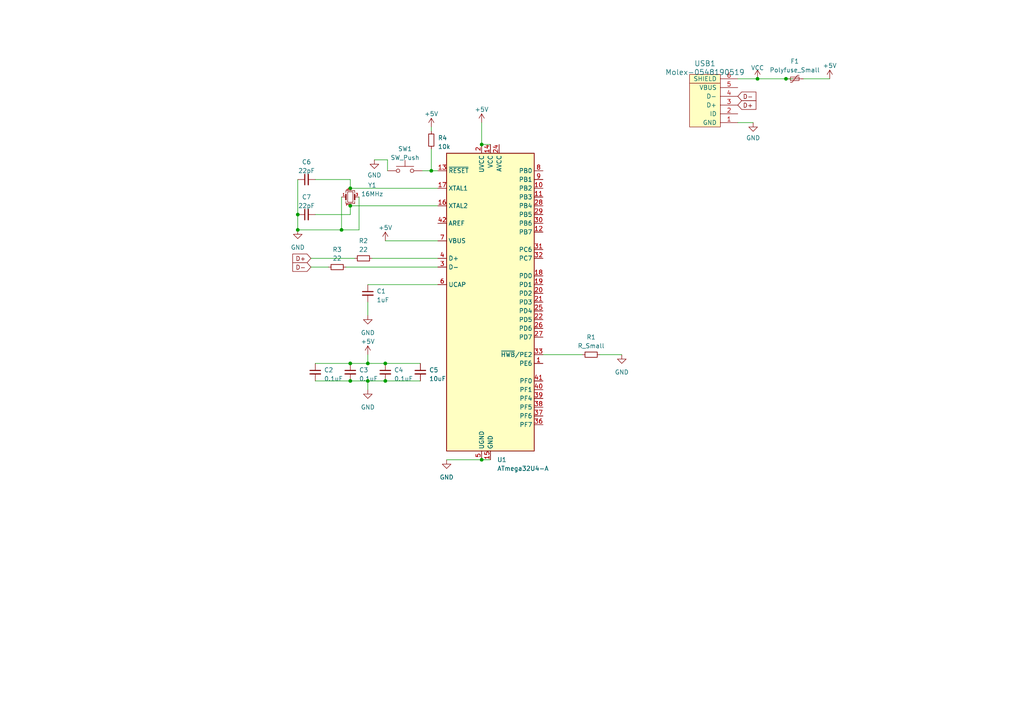
<source format=kicad_sch>
(kicad_sch (version 20230121) (generator eeschema)

  (uuid f39d84d8-e91c-4981-90bb-75e0ea95f278)

  (paper "A4")

  (lib_symbols
    (symbol "Device:C_Small" (pin_numbers hide) (pin_names (offset 0.254) hide) (in_bom yes) (on_board yes)
      (property "Reference" "C" (at 0.254 1.778 0)
        (effects (font (size 1.27 1.27)) (justify left))
      )
      (property "Value" "C_Small" (at 0.254 -2.032 0)
        (effects (font (size 1.27 1.27)) (justify left))
      )
      (property "Footprint" "" (at 0 0 0)
        (effects (font (size 1.27 1.27)) hide)
      )
      (property "Datasheet" "~" (at 0 0 0)
        (effects (font (size 1.27 1.27)) hide)
      )
      (property "ki_keywords" "capacitor cap" (at 0 0 0)
        (effects (font (size 1.27 1.27)) hide)
      )
      (property "ki_description" "Unpolarized capacitor, small symbol" (at 0 0 0)
        (effects (font (size 1.27 1.27)) hide)
      )
      (property "ki_fp_filters" "C_*" (at 0 0 0)
        (effects (font (size 1.27 1.27)) hide)
      )
      (symbol "C_Small_0_1"
        (polyline
          (pts
            (xy -1.524 -0.508)
            (xy 1.524 -0.508)
          )
          (stroke (width 0.3302) (type default))
          (fill (type none))
        )
        (polyline
          (pts
            (xy -1.524 0.508)
            (xy 1.524 0.508)
          )
          (stroke (width 0.3048) (type default))
          (fill (type none))
        )
      )
      (symbol "C_Small_1_1"
        (pin passive line (at 0 2.54 270) (length 2.032)
          (name "~" (effects (font (size 1.27 1.27))))
          (number "1" (effects (font (size 1.27 1.27))))
        )
        (pin passive line (at 0 -2.54 90) (length 2.032)
          (name "~" (effects (font (size 1.27 1.27))))
          (number "2" (effects (font (size 1.27 1.27))))
        )
      )
    )
    (symbol "Device:Crystal_GND24_Small" (pin_names (offset 1.016) hide) (in_bom yes) (on_board yes)
      (property "Reference" "Y" (at 1.27 4.445 0)
        (effects (font (size 1.27 1.27)) (justify left))
      )
      (property "Value" "Crystal_GND24_Small" (at 1.27 2.54 0)
        (effects (font (size 1.27 1.27)) (justify left))
      )
      (property "Footprint" "" (at 0 0 0)
        (effects (font (size 1.27 1.27)) hide)
      )
      (property "Datasheet" "~" (at 0 0 0)
        (effects (font (size 1.27 1.27)) hide)
      )
      (property "ki_keywords" "quartz ceramic resonator oscillator" (at 0 0 0)
        (effects (font (size 1.27 1.27)) hide)
      )
      (property "ki_description" "Four pin crystal, GND on pins 2 and 4, small symbol" (at 0 0 0)
        (effects (font (size 1.27 1.27)) hide)
      )
      (property "ki_fp_filters" "Crystal*" (at 0 0 0)
        (effects (font (size 1.27 1.27)) hide)
      )
      (symbol "Crystal_GND24_Small_0_1"
        (rectangle (start -0.762 -1.524) (end 0.762 1.524)
          (stroke (width 0) (type default))
          (fill (type none))
        )
        (polyline
          (pts
            (xy -1.27 -0.762)
            (xy -1.27 0.762)
          )
          (stroke (width 0.381) (type default))
          (fill (type none))
        )
        (polyline
          (pts
            (xy 1.27 -0.762)
            (xy 1.27 0.762)
          )
          (stroke (width 0.381) (type default))
          (fill (type none))
        )
        (polyline
          (pts
            (xy -1.27 -1.27)
            (xy -1.27 -1.905)
            (xy 1.27 -1.905)
            (xy 1.27 -1.27)
          )
          (stroke (width 0) (type default))
          (fill (type none))
        )
        (polyline
          (pts
            (xy -1.27 1.27)
            (xy -1.27 1.905)
            (xy 1.27 1.905)
            (xy 1.27 1.27)
          )
          (stroke (width 0) (type default))
          (fill (type none))
        )
      )
      (symbol "Crystal_GND24_Small_1_1"
        (pin passive line (at -2.54 0 0) (length 1.27)
          (name "1" (effects (font (size 1.27 1.27))))
          (number "1" (effects (font (size 0.762 0.762))))
        )
        (pin passive line (at 0 -2.54 90) (length 0.635)
          (name "2" (effects (font (size 1.27 1.27))))
          (number "2" (effects (font (size 0.762 0.762))))
        )
        (pin passive line (at 2.54 0 180) (length 1.27)
          (name "3" (effects (font (size 1.27 1.27))))
          (number "3" (effects (font (size 0.762 0.762))))
        )
        (pin passive line (at 0 2.54 270) (length 0.635)
          (name "4" (effects (font (size 1.27 1.27))))
          (number "4" (effects (font (size 0.762 0.762))))
        )
      )
    )
    (symbol "Device:Polyfuse_Small" (pin_numbers hide) (pin_names (offset 0)) (in_bom yes) (on_board yes)
      (property "Reference" "F" (at -1.905 0 90)
        (effects (font (size 1.27 1.27)))
      )
      (property "Value" "Polyfuse_Small" (at 1.905 0 90)
        (effects (font (size 1.27 1.27)))
      )
      (property "Footprint" "" (at 1.27 -5.08 0)
        (effects (font (size 1.27 1.27)) (justify left) hide)
      )
      (property "Datasheet" "~" (at 0 0 0)
        (effects (font (size 1.27 1.27)) hide)
      )
      (property "ki_keywords" "resettable fuse PTC PPTC polyfuse polyswitch" (at 0 0 0)
        (effects (font (size 1.27 1.27)) hide)
      )
      (property "ki_description" "Resettable fuse, polymeric positive temperature coefficient, small symbol" (at 0 0 0)
        (effects (font (size 1.27 1.27)) hide)
      )
      (property "ki_fp_filters" "*polyfuse* *PTC*" (at 0 0 0)
        (effects (font (size 1.27 1.27)) hide)
      )
      (symbol "Polyfuse_Small_0_1"
        (rectangle (start -0.508 1.27) (end 0.508 -1.27)
          (stroke (width 0) (type default))
          (fill (type none))
        )
        (polyline
          (pts
            (xy 0 2.54)
            (xy 0 -2.54)
          )
          (stroke (width 0) (type default))
          (fill (type none))
        )
        (polyline
          (pts
            (xy -1.016 1.27)
            (xy -1.016 0.762)
            (xy 1.016 -0.762)
            (xy 1.016 -1.27)
          )
          (stroke (width 0) (type default))
          (fill (type none))
        )
      )
      (symbol "Polyfuse_Small_1_1"
        (pin passive line (at 0 2.54 270) (length 0.635)
          (name "~" (effects (font (size 1.27 1.27))))
          (number "1" (effects (font (size 1.27 1.27))))
        )
        (pin passive line (at 0 -2.54 90) (length 0.635)
          (name "~" (effects (font (size 1.27 1.27))))
          (number "2" (effects (font (size 1.27 1.27))))
        )
      )
    )
    (symbol "Device:R_Small" (pin_numbers hide) (pin_names (offset 0.254) hide) (in_bom yes) (on_board yes)
      (property "Reference" "R" (at 0.762 0.508 0)
        (effects (font (size 1.27 1.27)) (justify left))
      )
      (property "Value" "R_Small" (at 0.762 -1.016 0)
        (effects (font (size 1.27 1.27)) (justify left))
      )
      (property "Footprint" "" (at 0 0 0)
        (effects (font (size 1.27 1.27)) hide)
      )
      (property "Datasheet" "~" (at 0 0 0)
        (effects (font (size 1.27 1.27)) hide)
      )
      (property "ki_keywords" "R resistor" (at 0 0 0)
        (effects (font (size 1.27 1.27)) hide)
      )
      (property "ki_description" "Resistor, small symbol" (at 0 0 0)
        (effects (font (size 1.27 1.27)) hide)
      )
      (property "ki_fp_filters" "R_*" (at 0 0 0)
        (effects (font (size 1.27 1.27)) hide)
      )
      (symbol "R_Small_0_1"
        (rectangle (start -0.762 1.778) (end 0.762 -1.778)
          (stroke (width 0.2032) (type default))
          (fill (type none))
        )
      )
      (symbol "R_Small_1_1"
        (pin passive line (at 0 2.54 270) (length 0.762)
          (name "~" (effects (font (size 1.27 1.27))))
          (number "1" (effects (font (size 1.27 1.27))))
        )
        (pin passive line (at 0 -2.54 90) (length 0.762)
          (name "~" (effects (font (size 1.27 1.27))))
          (number "2" (effects (font (size 1.27 1.27))))
        )
      )
    )
    (symbol "MCU_Microchip_ATmega:ATmega32U4-A" (in_bom yes) (on_board yes)
      (property "Reference" "U" (at -12.7 44.45 0)
        (effects (font (size 1.27 1.27)) (justify left bottom))
      )
      (property "Value" "ATmega32U4-A" (at 2.54 -44.45 0)
        (effects (font (size 1.27 1.27)) (justify left top))
      )
      (property "Footprint" "Package_QFP:TQFP-44_10x10mm_P0.8mm" (at 0 0 0)
        (effects (font (size 1.27 1.27) italic) hide)
      )
      (property "Datasheet" "http://ww1.microchip.com/downloads/en/DeviceDoc/Atmel-7766-8-bit-AVR-ATmega16U4-32U4_Datasheet.pdf" (at 0 0 0)
        (effects (font (size 1.27 1.27)) hide)
      )
      (property "ki_keywords" "AVR 8bit Microcontroller MegaAVR USB" (at 0 0 0)
        (effects (font (size 1.27 1.27)) hide)
      )
      (property "ki_description" "16MHz, 32kB Flash, 2.5kB SRAM, 1kB EEPROM, USB 2.0, TQFP-44" (at 0 0 0)
        (effects (font (size 1.27 1.27)) hide)
      )
      (property "ki_fp_filters" "TQFP*10x10mm*P0.8mm*" (at 0 0 0)
        (effects (font (size 1.27 1.27)) hide)
      )
      (symbol "ATmega32U4-A_0_1"
        (rectangle (start -12.7 -43.18) (end 12.7 43.18)
          (stroke (width 0.254) (type default))
          (fill (type background))
        )
      )
      (symbol "ATmega32U4-A_1_1"
        (pin bidirectional line (at 15.24 -17.78 180) (length 2.54)
          (name "PE6" (effects (font (size 1.27 1.27))))
          (number "1" (effects (font (size 1.27 1.27))))
        )
        (pin bidirectional line (at 15.24 33.02 180) (length 2.54)
          (name "PB2" (effects (font (size 1.27 1.27))))
          (number "10" (effects (font (size 1.27 1.27))))
        )
        (pin bidirectional line (at 15.24 30.48 180) (length 2.54)
          (name "PB3" (effects (font (size 1.27 1.27))))
          (number "11" (effects (font (size 1.27 1.27))))
        )
        (pin bidirectional line (at 15.24 20.32 180) (length 2.54)
          (name "PB7" (effects (font (size 1.27 1.27))))
          (number "12" (effects (font (size 1.27 1.27))))
        )
        (pin input line (at -15.24 38.1 0) (length 2.54)
          (name "~{RESET}" (effects (font (size 1.27 1.27))))
          (number "13" (effects (font (size 1.27 1.27))))
        )
        (pin power_in line (at 0 45.72 270) (length 2.54)
          (name "VCC" (effects (font (size 1.27 1.27))))
          (number "14" (effects (font (size 1.27 1.27))))
        )
        (pin power_in line (at 0 -45.72 90) (length 2.54)
          (name "GND" (effects (font (size 1.27 1.27))))
          (number "15" (effects (font (size 1.27 1.27))))
        )
        (pin output line (at -15.24 27.94 0) (length 2.54)
          (name "XTAL2" (effects (font (size 1.27 1.27))))
          (number "16" (effects (font (size 1.27 1.27))))
        )
        (pin input line (at -15.24 33.02 0) (length 2.54)
          (name "XTAL1" (effects (font (size 1.27 1.27))))
          (number "17" (effects (font (size 1.27 1.27))))
        )
        (pin bidirectional line (at 15.24 7.62 180) (length 2.54)
          (name "PD0" (effects (font (size 1.27 1.27))))
          (number "18" (effects (font (size 1.27 1.27))))
        )
        (pin bidirectional line (at 15.24 5.08 180) (length 2.54)
          (name "PD1" (effects (font (size 1.27 1.27))))
          (number "19" (effects (font (size 1.27 1.27))))
        )
        (pin power_in line (at -2.54 45.72 270) (length 2.54)
          (name "UVCC" (effects (font (size 1.27 1.27))))
          (number "2" (effects (font (size 1.27 1.27))))
        )
        (pin bidirectional line (at 15.24 2.54 180) (length 2.54)
          (name "PD2" (effects (font (size 1.27 1.27))))
          (number "20" (effects (font (size 1.27 1.27))))
        )
        (pin bidirectional line (at 15.24 0 180) (length 2.54)
          (name "PD3" (effects (font (size 1.27 1.27))))
          (number "21" (effects (font (size 1.27 1.27))))
        )
        (pin bidirectional line (at 15.24 -5.08 180) (length 2.54)
          (name "PD5" (effects (font (size 1.27 1.27))))
          (number "22" (effects (font (size 1.27 1.27))))
        )
        (pin passive line (at 0 -45.72 90) (length 2.54) hide
          (name "GND" (effects (font (size 1.27 1.27))))
          (number "23" (effects (font (size 1.27 1.27))))
        )
        (pin power_in line (at 2.54 45.72 270) (length 2.54)
          (name "AVCC" (effects (font (size 1.27 1.27))))
          (number "24" (effects (font (size 1.27 1.27))))
        )
        (pin bidirectional line (at 15.24 -2.54 180) (length 2.54)
          (name "PD4" (effects (font (size 1.27 1.27))))
          (number "25" (effects (font (size 1.27 1.27))))
        )
        (pin bidirectional line (at 15.24 -7.62 180) (length 2.54)
          (name "PD6" (effects (font (size 1.27 1.27))))
          (number "26" (effects (font (size 1.27 1.27))))
        )
        (pin bidirectional line (at 15.24 -10.16 180) (length 2.54)
          (name "PD7" (effects (font (size 1.27 1.27))))
          (number "27" (effects (font (size 1.27 1.27))))
        )
        (pin bidirectional line (at 15.24 27.94 180) (length 2.54)
          (name "PB4" (effects (font (size 1.27 1.27))))
          (number "28" (effects (font (size 1.27 1.27))))
        )
        (pin bidirectional line (at 15.24 25.4 180) (length 2.54)
          (name "PB5" (effects (font (size 1.27 1.27))))
          (number "29" (effects (font (size 1.27 1.27))))
        )
        (pin bidirectional line (at -15.24 10.16 0) (length 2.54)
          (name "D-" (effects (font (size 1.27 1.27))))
          (number "3" (effects (font (size 1.27 1.27))))
        )
        (pin bidirectional line (at 15.24 22.86 180) (length 2.54)
          (name "PB6" (effects (font (size 1.27 1.27))))
          (number "30" (effects (font (size 1.27 1.27))))
        )
        (pin bidirectional line (at 15.24 15.24 180) (length 2.54)
          (name "PC6" (effects (font (size 1.27 1.27))))
          (number "31" (effects (font (size 1.27 1.27))))
        )
        (pin bidirectional line (at 15.24 12.7 180) (length 2.54)
          (name "PC7" (effects (font (size 1.27 1.27))))
          (number "32" (effects (font (size 1.27 1.27))))
        )
        (pin bidirectional line (at 15.24 -15.24 180) (length 2.54)
          (name "~{HWB}/PE2" (effects (font (size 1.27 1.27))))
          (number "33" (effects (font (size 1.27 1.27))))
        )
        (pin passive line (at 0 45.72 270) (length 2.54) hide
          (name "VCC" (effects (font (size 1.27 1.27))))
          (number "34" (effects (font (size 1.27 1.27))))
        )
        (pin passive line (at 0 -45.72 90) (length 2.54) hide
          (name "GND" (effects (font (size 1.27 1.27))))
          (number "35" (effects (font (size 1.27 1.27))))
        )
        (pin bidirectional line (at 15.24 -35.56 180) (length 2.54)
          (name "PF7" (effects (font (size 1.27 1.27))))
          (number "36" (effects (font (size 1.27 1.27))))
        )
        (pin bidirectional line (at 15.24 -33.02 180) (length 2.54)
          (name "PF6" (effects (font (size 1.27 1.27))))
          (number "37" (effects (font (size 1.27 1.27))))
        )
        (pin bidirectional line (at 15.24 -30.48 180) (length 2.54)
          (name "PF5" (effects (font (size 1.27 1.27))))
          (number "38" (effects (font (size 1.27 1.27))))
        )
        (pin bidirectional line (at 15.24 -27.94 180) (length 2.54)
          (name "PF4" (effects (font (size 1.27 1.27))))
          (number "39" (effects (font (size 1.27 1.27))))
        )
        (pin bidirectional line (at -15.24 12.7 0) (length 2.54)
          (name "D+" (effects (font (size 1.27 1.27))))
          (number "4" (effects (font (size 1.27 1.27))))
        )
        (pin bidirectional line (at 15.24 -25.4 180) (length 2.54)
          (name "PF1" (effects (font (size 1.27 1.27))))
          (number "40" (effects (font (size 1.27 1.27))))
        )
        (pin bidirectional line (at 15.24 -22.86 180) (length 2.54)
          (name "PF0" (effects (font (size 1.27 1.27))))
          (number "41" (effects (font (size 1.27 1.27))))
        )
        (pin passive line (at -15.24 22.86 0) (length 2.54)
          (name "AREF" (effects (font (size 1.27 1.27))))
          (number "42" (effects (font (size 1.27 1.27))))
        )
        (pin passive line (at 0 -45.72 90) (length 2.54) hide
          (name "GND" (effects (font (size 1.27 1.27))))
          (number "43" (effects (font (size 1.27 1.27))))
        )
        (pin passive line (at 2.54 45.72 270) (length 2.54) hide
          (name "AVCC" (effects (font (size 1.27 1.27))))
          (number "44" (effects (font (size 1.27 1.27))))
        )
        (pin passive line (at -2.54 -45.72 90) (length 2.54)
          (name "UGND" (effects (font (size 1.27 1.27))))
          (number "5" (effects (font (size 1.27 1.27))))
        )
        (pin passive line (at -15.24 5.08 0) (length 2.54)
          (name "UCAP" (effects (font (size 1.27 1.27))))
          (number "6" (effects (font (size 1.27 1.27))))
        )
        (pin input line (at -15.24 17.78 0) (length 2.54)
          (name "VBUS" (effects (font (size 1.27 1.27))))
          (number "7" (effects (font (size 1.27 1.27))))
        )
        (pin bidirectional line (at 15.24 38.1 180) (length 2.54)
          (name "PB0" (effects (font (size 1.27 1.27))))
          (number "8" (effects (font (size 1.27 1.27))))
        )
        (pin bidirectional line (at 15.24 35.56 180) (length 2.54)
          (name "PB1" (effects (font (size 1.27 1.27))))
          (number "9" (effects (font (size 1.27 1.27))))
        )
      )
    )
    (symbol "Switch:SW_Push" (pin_numbers hide) (pin_names (offset 1.016) hide) (in_bom yes) (on_board yes)
      (property "Reference" "SW" (at 1.27 2.54 0)
        (effects (font (size 1.27 1.27)) (justify left))
      )
      (property "Value" "SW_Push" (at 0 -1.524 0)
        (effects (font (size 1.27 1.27)))
      )
      (property "Footprint" "" (at 0 5.08 0)
        (effects (font (size 1.27 1.27)) hide)
      )
      (property "Datasheet" "~" (at 0 5.08 0)
        (effects (font (size 1.27 1.27)) hide)
      )
      (property "ki_keywords" "switch normally-open pushbutton push-button" (at 0 0 0)
        (effects (font (size 1.27 1.27)) hide)
      )
      (property "ki_description" "Push button switch, generic, two pins" (at 0 0 0)
        (effects (font (size 1.27 1.27)) hide)
      )
      (symbol "SW_Push_0_1"
        (circle (center -2.032 0) (radius 0.508)
          (stroke (width 0) (type default))
          (fill (type none))
        )
        (polyline
          (pts
            (xy 0 1.27)
            (xy 0 3.048)
          )
          (stroke (width 0) (type default))
          (fill (type none))
        )
        (polyline
          (pts
            (xy 2.54 1.27)
            (xy -2.54 1.27)
          )
          (stroke (width 0) (type default))
          (fill (type none))
        )
        (circle (center 2.032 0) (radius 0.508)
          (stroke (width 0) (type default))
          (fill (type none))
        )
        (pin passive line (at -5.08 0 0) (length 2.54)
          (name "1" (effects (font (size 1.27 1.27))))
          (number "1" (effects (font (size 1.27 1.27))))
        )
        (pin passive line (at 5.08 0 180) (length 2.54)
          (name "2" (effects (font (size 1.27 1.27))))
          (number "2" (effects (font (size 1.27 1.27))))
        )
      )
    )
    (symbol "power:+5V" (power) (pin_names (offset 0)) (in_bom yes) (on_board yes)
      (property "Reference" "#PWR" (at 0 -3.81 0)
        (effects (font (size 1.27 1.27)) hide)
      )
      (property "Value" "+5V" (at 0 3.556 0)
        (effects (font (size 1.27 1.27)))
      )
      (property "Footprint" "" (at 0 0 0)
        (effects (font (size 1.27 1.27)) hide)
      )
      (property "Datasheet" "" (at 0 0 0)
        (effects (font (size 1.27 1.27)) hide)
      )
      (property "ki_keywords" "global power" (at 0 0 0)
        (effects (font (size 1.27 1.27)) hide)
      )
      (property "ki_description" "Power symbol creates a global label with name \"+5V\"" (at 0 0 0)
        (effects (font (size 1.27 1.27)) hide)
      )
      (symbol "+5V_0_1"
        (polyline
          (pts
            (xy -0.762 1.27)
            (xy 0 2.54)
          )
          (stroke (width 0) (type default))
          (fill (type none))
        )
        (polyline
          (pts
            (xy 0 0)
            (xy 0 2.54)
          )
          (stroke (width 0) (type default))
          (fill (type none))
        )
        (polyline
          (pts
            (xy 0 2.54)
            (xy 0.762 1.27)
          )
          (stroke (width 0) (type default))
          (fill (type none))
        )
      )
      (symbol "+5V_1_1"
        (pin power_in line (at 0 0 90) (length 0) hide
          (name "+5V" (effects (font (size 1.27 1.27))))
          (number "1" (effects (font (size 1.27 1.27))))
        )
      )
    )
    (symbol "power:GND" (power) (pin_names (offset 0)) (in_bom yes) (on_board yes)
      (property "Reference" "#PWR" (at 0 -6.35 0)
        (effects (font (size 1.27 1.27)) hide)
      )
      (property "Value" "GND" (at 0 -3.81 0)
        (effects (font (size 1.27 1.27)))
      )
      (property "Footprint" "" (at 0 0 0)
        (effects (font (size 1.27 1.27)) hide)
      )
      (property "Datasheet" "" (at 0 0 0)
        (effects (font (size 1.27 1.27)) hide)
      )
      (property "ki_keywords" "global power" (at 0 0 0)
        (effects (font (size 1.27 1.27)) hide)
      )
      (property "ki_description" "Power symbol creates a global label with name \"GND\" , ground" (at 0 0 0)
        (effects (font (size 1.27 1.27)) hide)
      )
      (symbol "GND_0_1"
        (polyline
          (pts
            (xy 0 0)
            (xy 0 -1.27)
            (xy 1.27 -1.27)
            (xy 0 -2.54)
            (xy -1.27 -1.27)
            (xy 0 -1.27)
          )
          (stroke (width 0) (type default))
          (fill (type none))
        )
      )
      (symbol "GND_1_1"
        (pin power_in line (at 0 0 270) (length 0) hide
          (name "GND" (effects (font (size 1.27 1.27))))
          (number "1" (effects (font (size 1.27 1.27))))
        )
      )
    )
    (symbol "power:VCC" (power) (pin_names (offset 0)) (in_bom yes) (on_board yes)
      (property "Reference" "#PWR" (at 0 -3.81 0)
        (effects (font (size 1.27 1.27)) hide)
      )
      (property "Value" "VCC" (at 0 3.81 0)
        (effects (font (size 1.27 1.27)))
      )
      (property "Footprint" "" (at 0 0 0)
        (effects (font (size 1.27 1.27)) hide)
      )
      (property "Datasheet" "" (at 0 0 0)
        (effects (font (size 1.27 1.27)) hide)
      )
      (property "ki_keywords" "global power" (at 0 0 0)
        (effects (font (size 1.27 1.27)) hide)
      )
      (property "ki_description" "Power symbol creates a global label with name \"VCC\"" (at 0 0 0)
        (effects (font (size 1.27 1.27)) hide)
      )
      (symbol "VCC_0_1"
        (polyline
          (pts
            (xy -0.762 1.27)
            (xy 0 2.54)
          )
          (stroke (width 0) (type default))
          (fill (type none))
        )
        (polyline
          (pts
            (xy 0 0)
            (xy 0 2.54)
          )
          (stroke (width 0) (type default))
          (fill (type none))
        )
        (polyline
          (pts
            (xy 0 2.54)
            (xy 0.762 1.27)
          )
          (stroke (width 0) (type default))
          (fill (type none))
        )
      )
      (symbol "VCC_1_1"
        (pin power_in line (at 0 0 90) (length 0) hide
          (name "VCC" (effects (font (size 1.27 1.27))))
          (number "1" (effects (font (size 1.27 1.27))))
        )
      )
    )
    (symbol "random-keyboard-parts:Molex-0548190519" (pin_names (offset 1.016)) (in_bom yes) (on_board yes)
      (property "Reference" "USB" (at 0 7.62 0)
        (effects (font (size 1.524 1.524)))
      )
      (property "Value" "Molex-0548190519" (at 0 10.16 0)
        (effects (font (size 1.524 1.524)))
      )
      (property "Footprint" "" (at 0 0 0)
        (effects (font (size 1.524 1.524)) hide)
      )
      (property "Datasheet" "" (at 0 0 0)
        (effects (font (size 1.524 1.524)) hide)
      )
      (symbol "Molex-0548190519_0_0"
        (polyline
          (pts
            (xy 6.35 -2.54)
            (xy 6.35 6.35)
          )
          (stroke (width 0) (type solid))
          (fill (type none))
        )
        (rectangle (start 8.89 -2.54) (end -6.35 6.35)
          (stroke (width 0) (type solid))
          (fill (type background))
        )
      )
      (symbol "Molex-0548190519_1_1"
        (pin input line (at -5.08 -7.62 90) (length 5.08)
          (name "GND" (effects (font (size 1.27 1.27))))
          (number "1" (effects (font (size 1.27 1.27))))
        )
        (pin input line (at -2.54 -7.62 90) (length 5.08)
          (name "ID" (effects (font (size 1.27 1.27))))
          (number "2" (effects (font (size 1.27 1.27))))
        )
        (pin input line (at 0 -7.62 90) (length 5.08)
          (name "D+" (effects (font (size 1.27 1.27))))
          (number "3" (effects (font (size 1.27 1.27))))
        )
        (pin input line (at 2.54 -7.62 90) (length 5.08)
          (name "D-" (effects (font (size 1.27 1.27))))
          (number "4" (effects (font (size 1.27 1.27))))
        )
        (pin input line (at 5.08 -7.62 90) (length 5.08)
          (name "VBUS" (effects (font (size 1.27 1.27))))
          (number "5" (effects (font (size 1.27 1.27))))
        )
        (pin input line (at 7.62 -7.62 90) (length 5.08)
          (name "SHIELD" (effects (font (size 1.27 1.27))))
          (number "6" (effects (font (size 1.27 1.27))))
        )
      )
    )
  )

  (junction (at 106.68 105.41) (diameter 0) (color 0 0 0 0)
    (uuid 0d53c9a5-dc3d-4550-9070-27468e9fd696)
  )
  (junction (at 106.68 110.49) (diameter 0) (color 0 0 0 0)
    (uuid 22f22e3a-159d-490e-9905-8310aa9ec4db)
  )
  (junction (at 219.71 22.86) (diameter 0) (color 0 0 0 0)
    (uuid 2be5a68f-9514-499a-8870-7aac101bc0a6)
  )
  (junction (at 111.76 110.49) (diameter 0) (color 0 0 0 0)
    (uuid 575087e8-d0d9-4aa2-ad19-130b0f0c673c)
  )
  (junction (at 227.965 22.86) (diameter 0) (color 0 0 0 0)
    (uuid 68476406-f4f5-4dae-935e-67540b563324)
  )
  (junction (at 139.7 41.91) (diameter 0) (color 0 0 0 0)
    (uuid 6b1dca07-5a09-493d-b4f3-cd1c0d566f1d)
  )
  (junction (at 111.76 105.41) (diameter 0) (color 0 0 0 0)
    (uuid 73cd3958-b1b5-4684-a786-974a53e35be0)
  )
  (junction (at 86.36 66.675) (diameter 0) (color 0 0 0 0)
    (uuid 93f01405-4e57-4af7-aff8-575bb9947e51)
  )
  (junction (at 139.7 133.35) (diameter 0) (color 0 0 0 0)
    (uuid 9ac10904-4572-4c5e-ac00-b0fe31378abf)
  )
  (junction (at 101.6 110.49) (diameter 0) (color 0 0 0 0)
    (uuid afd6ed0e-4e3f-4bdd-9741-f9a13ed5da2c)
  )
  (junction (at 101.6 54.61) (diameter 0) (color 0 0 0 0)
    (uuid b4773e2f-ccf7-4520-b995-87b6f5c43886)
  )
  (junction (at 101.6 105.41) (diameter 0) (color 0 0 0 0)
    (uuid c00f7055-0a2c-4c83-8eb9-85a7cc2a7423)
  )
  (junction (at 86.36 62.23) (diameter 0) (color 0 0 0 0)
    (uuid c65d06d9-82fd-4b70-a751-1f242e708309)
  )
  (junction (at 99.06 66.675) (diameter 0) (color 0 0 0 0)
    (uuid c891bd74-ab2c-4767-b497-fd66f59551aa)
  )
  (junction (at 101.6 59.69) (diameter 0) (color 0 0 0 0)
    (uuid db2d8981-14d2-4cf9-bcc6-32b000f96c80)
  )
  (junction (at 125.095 49.53) (diameter 0) (color 0 0 0 0)
    (uuid e63f96b6-2abc-4dab-b131-e77049548063)
  )

  (wire (pts (xy 106.68 102.87) (xy 106.68 105.41))
    (stroke (width 0) (type default))
    (uuid 0a4b09ca-aa6d-4a91-b534-dde871e059c2)
  )
  (wire (pts (xy 86.36 62.23) (xy 86.36 66.675))
    (stroke (width 0) (type default))
    (uuid 0b99bf11-d8ca-4b2f-bc1e-51845ec12898)
  )
  (wire (pts (xy 91.44 62.23) (xy 101.6 62.23))
    (stroke (width 0) (type default))
    (uuid 0d1d7830-7431-4960-8180-5cb1dba1b604)
  )
  (wire (pts (xy 233.045 22.86) (xy 240.665 22.86))
    (stroke (width 0) (type default))
    (uuid 1a1e9354-6c24-4f95-b047-d3ff8b18be12)
  )
  (wire (pts (xy 112.395 46.355) (xy 112.395 49.53))
    (stroke (width 0) (type default))
    (uuid 22f538b9-c53c-4629-aa1b-7ac62067a849)
  )
  (wire (pts (xy 125.095 36.83) (xy 125.095 38.1))
    (stroke (width 0) (type default))
    (uuid 2bbf27cf-a1ce-4345-97b5-83dccf118e70)
  )
  (wire (pts (xy 101.6 62.23) (xy 101.6 59.69))
    (stroke (width 0) (type default))
    (uuid 352760d0-e0e4-4fe9-a3d1-b7b833305d5a)
  )
  (wire (pts (xy 91.44 110.49) (xy 101.6 110.49))
    (stroke (width 0) (type default))
    (uuid 35554fdc-150c-4eb7-a131-f512298ba3a2)
  )
  (wire (pts (xy 90.17 77.47) (xy 95.25 77.47))
    (stroke (width 0) (type default))
    (uuid 377129e4-c3d9-4f3f-9ccb-a9f64c22f2a7)
  )
  (wire (pts (xy 125.095 49.53) (xy 127 49.53))
    (stroke (width 0) (type default))
    (uuid 3e8341e1-2068-47a1-89f7-57e807bd8058)
  )
  (wire (pts (xy 129.54 133.35) (xy 139.7 133.35))
    (stroke (width 0) (type default))
    (uuid 3fc9baf1-2032-445a-a991-3ec295ed13bc)
  )
  (wire (pts (xy 104.14 57.15) (xy 104.14 66.675))
    (stroke (width 0) (type default))
    (uuid 40007f06-274f-4738-b895-48903446a29b)
  )
  (wire (pts (xy 219.71 22.86) (xy 227.965 22.86))
    (stroke (width 0) (type default))
    (uuid 42c8584d-06bf-43d6-9879-4b2b9115bb6d)
  )
  (wire (pts (xy 122.555 49.53) (xy 125.095 49.53))
    (stroke (width 0) (type default))
    (uuid 49218669-e62e-42eb-8db9-642e9c283350)
  )
  (wire (pts (xy 86.36 66.675) (xy 99.06 66.675))
    (stroke (width 0) (type default))
    (uuid 4b9f15f7-e9b2-4716-aa26-2a8bd48e50e8)
  )
  (wire (pts (xy 139.7 35.56) (xy 139.7 41.91))
    (stroke (width 0) (type default))
    (uuid 54d00719-e71d-4fba-8935-ec9757f549da)
  )
  (wire (pts (xy 101.6 59.69) (xy 127 59.69))
    (stroke (width 0) (type default))
    (uuid 603e82b5-251d-4f04-ae39-8e01098b28b6)
  )
  (wire (pts (xy 139.7 41.91) (xy 142.24 41.91))
    (stroke (width 0) (type default))
    (uuid 616c1457-1c7e-46fd-bd49-22d395b41232)
  )
  (wire (pts (xy 91.44 105.41) (xy 101.6 105.41))
    (stroke (width 0) (type default))
    (uuid 63ffcd34-f3e6-4666-944b-fe3eb92fa20d)
  )
  (wire (pts (xy 125.095 43.18) (xy 125.095 49.53))
    (stroke (width 0) (type default))
    (uuid 6a1d69e9-2930-4dc9-8ab6-ec5c011d4ed1)
  )
  (wire (pts (xy 106.68 82.55) (xy 127 82.55))
    (stroke (width 0) (type default))
    (uuid 6e8dce2d-3508-4ec9-a7e5-67d541c9b3bc)
  )
  (wire (pts (xy 99.06 57.15) (xy 99.06 66.675))
    (stroke (width 0) (type default))
    (uuid 778b12c9-cc8d-4bbf-b65d-1e4f3da9ef4e)
  )
  (wire (pts (xy 157.48 102.87) (xy 168.91 102.87))
    (stroke (width 0) (type default))
    (uuid 7d06d5a2-d921-43c3-961c-b8755d38691b)
  )
  (wire (pts (xy 101.6 54.61) (xy 127 54.61))
    (stroke (width 0) (type default))
    (uuid 7e377df8-8d8f-4000-89e4-00db5c9ae567)
  )
  (wire (pts (xy 101.6 52.07) (xy 101.6 54.61))
    (stroke (width 0) (type default))
    (uuid 854b532f-ce15-40f5-ad1b-4db712ee32de)
  )
  (wire (pts (xy 86.36 52.07) (xy 86.36 62.23))
    (stroke (width 0) (type default))
    (uuid 85e13e6b-e9dc-419d-8682-f6ca0afff14d)
  )
  (wire (pts (xy 100.33 77.47) (xy 127 77.47))
    (stroke (width 0) (type default))
    (uuid 8e215684-cbbc-49a5-bd15-de749aadf5e6)
  )
  (wire (pts (xy 227.965 22.86) (xy 229.87 22.86))
    (stroke (width 0) (type default))
    (uuid 91dccc82-e705-4415-9831-3a1a516bd43e)
  )
  (wire (pts (xy 101.6 110.49) (xy 106.68 110.49))
    (stroke (width 0) (type default))
    (uuid 9d71f9e2-8dce-4775-9465-fcf807a9afbb)
  )
  (wire (pts (xy 139.7 133.35) (xy 142.24 133.35))
    (stroke (width 0) (type default))
    (uuid a7f291f1-fe6d-4d47-b2f1-ece229f0b767)
  )
  (wire (pts (xy 106.68 110.49) (xy 111.76 110.49))
    (stroke (width 0) (type default))
    (uuid a834bb57-0259-4862-a831-a92ecf8b4aef)
  )
  (wire (pts (xy 111.76 110.49) (xy 121.92 110.49))
    (stroke (width 0) (type default))
    (uuid b674ad3d-16d7-4d74-9323-ac9624f6e259)
  )
  (wire (pts (xy 101.6 105.41) (xy 106.68 105.41))
    (stroke (width 0) (type default))
    (uuid bbfd0f9b-31c7-4e81-8571-1d2920d5cacb)
  )
  (wire (pts (xy 173.99 102.87) (xy 180.34 102.87))
    (stroke (width 0) (type default))
    (uuid c092f5ab-b095-44b4-b0da-b4572da0aacf)
  )
  (wire (pts (xy 213.995 35.56) (xy 218.44 35.56))
    (stroke (width 0) (type default))
    (uuid c428d053-ca2e-4438-8f5d-1e3354c521df)
  )
  (wire (pts (xy 106.68 87.63) (xy 106.68 91.44))
    (stroke (width 0) (type default))
    (uuid c73b85db-7acc-41be-895e-25e3e05ac6c4)
  )
  (wire (pts (xy 108.585 46.355) (xy 112.395 46.355))
    (stroke (width 0) (type default))
    (uuid ce68db0d-a3c9-4f5d-84eb-35e4531b4fc5)
  )
  (wire (pts (xy 111.76 69.85) (xy 127 69.85))
    (stroke (width 0) (type default))
    (uuid d7dc03ea-2de4-4233-ad4d-dbac6f1a26b1)
  )
  (wire (pts (xy 107.95 74.93) (xy 127 74.93))
    (stroke (width 0) (type default))
    (uuid dc74ab20-3175-43ca-94af-11fcb3af584a)
  )
  (wire (pts (xy 106.68 105.41) (xy 111.76 105.41))
    (stroke (width 0) (type default))
    (uuid df903742-5185-4208-9c41-89c4770975c5)
  )
  (wire (pts (xy 213.995 22.86) (xy 219.71 22.86))
    (stroke (width 0) (type default))
    (uuid e7b16c54-ca5a-48f7-b224-71e5bd85d349)
  )
  (wire (pts (xy 99.06 66.675) (xy 104.14 66.675))
    (stroke (width 0) (type default))
    (uuid e8904b44-8e50-44ad-84fd-a6fa1c9ca1d5)
  )
  (wire (pts (xy 106.68 110.49) (xy 106.68 113.03))
    (stroke (width 0) (type default))
    (uuid e9462750-1671-4b79-9e66-e569472c7383)
  )
  (wire (pts (xy 90.17 74.93) (xy 102.87 74.93))
    (stroke (width 0) (type default))
    (uuid f195e74c-35fb-4eb8-9cb0-82e7519e117e)
  )
  (wire (pts (xy 111.76 105.41) (xy 121.92 105.41))
    (stroke (width 0) (type default))
    (uuid f9895572-b413-47e9-82ed-3ce745e71e2f)
  )
  (wire (pts (xy 91.44 52.07) (xy 101.6 52.07))
    (stroke (width 0) (type default))
    (uuid ff3e6184-c6fd-4c75-95f0-7aede49340a1)
  )

  (global_label "D+" (shape input) (at 90.17 74.93 180) (fields_autoplaced)
    (effects (font (size 1.27 1.27)) (justify right))
    (uuid 37d2b2d2-82a5-4d73-932c-f08c1a5ec93a)
    (property "Intersheetrefs" "${INTERSHEET_REFS}" (at 84.4218 74.93 0)
      (effects (font (size 1.27 1.27)) (justify right) hide)
    )
  )
  (global_label "D-" (shape input) (at 213.995 27.94 0) (fields_autoplaced)
    (effects (font (size 1.27 1.27)) (justify left))
    (uuid 5c4884a2-8a6f-4bfd-b80c-5342fb098873)
    (property "Intersheetrefs" "${INTERSHEET_REFS}" (at 219.7432 27.94 0)
      (effects (font (size 1.27 1.27)) (justify left) hide)
    )
  )
  (global_label "D+" (shape input) (at 213.995 30.48 0) (fields_autoplaced)
    (effects (font (size 1.27 1.27)) (justify left))
    (uuid f7e4a7a2-7d23-465a-a898-f86677a9b986)
    (property "Intersheetrefs" "${INTERSHEET_REFS}" (at 219.7432 30.48 0)
      (effects (font (size 1.27 1.27)) (justify left) hide)
    )
  )
  (global_label "D-" (shape input) (at 90.17 77.47 180) (fields_autoplaced)
    (effects (font (size 1.27 1.27)) (justify right))
    (uuid f971f8ee-204f-4628-9031-914bf3b2c69b)
    (property "Intersheetrefs" "${INTERSHEET_REFS}" (at 84.4218 77.47 0)
      (effects (font (size 1.27 1.27)) (justify right) hide)
    )
  )

  (symbol (lib_id "Device:C_Small") (at 101.6 107.95 0) (unit 1)
    (in_bom yes) (on_board yes) (dnp no) (fields_autoplaced)
    (uuid 056e0481-3de4-456e-8054-d3b966818946)
    (property "Reference" "C3" (at 104.14 107.3213 0)
      (effects (font (size 1.27 1.27)) (justify left))
    )
    (property "Value" "0.1uF" (at 104.14 109.8613 0)
      (effects (font (size 1.27 1.27)) (justify left))
    )
    (property "Footprint" "" (at 101.6 107.95 0)
      (effects (font (size 1.27 1.27)) hide)
    )
    (property "Datasheet" "~" (at 101.6 107.95 0)
      (effects (font (size 1.27 1.27)) hide)
    )
    (pin "1" (uuid c6549a9b-316e-4e73-abbb-992a9f1f1be8))
    (pin "2" (uuid b8b0632a-6d68-4e61-9a31-7d010afc6536))
    (instances
      (project "keypad"
        (path "/f39d84d8-e91c-4981-90bb-75e0ea95f278"
          (reference "C3") (unit 1)
        )
      )
    )
  )

  (symbol (lib_id "Device:R_Small") (at 105.41 74.93 90) (unit 1)
    (in_bom yes) (on_board yes) (dnp no) (fields_autoplaced)
    (uuid 07842928-bd4a-4ddc-a51e-e2dc60c6d894)
    (property "Reference" "R2" (at 105.41 69.85 90)
      (effects (font (size 1.27 1.27)))
    )
    (property "Value" "22" (at 105.41 72.39 90)
      (effects (font (size 1.27 1.27)))
    )
    (property "Footprint" "" (at 105.41 74.93 0)
      (effects (font (size 1.27 1.27)) hide)
    )
    (property "Datasheet" "~" (at 105.41 74.93 0)
      (effects (font (size 1.27 1.27)) hide)
    )
    (pin "1" (uuid 64eddc93-42d4-497e-bd91-da85d413bb56))
    (pin "2" (uuid 5825bdf1-0247-4feb-a3f6-e6aa4923ac7c))
    (instances
      (project "keypad"
        (path "/f39d84d8-e91c-4981-90bb-75e0ea95f278"
          (reference "R2") (unit 1)
        )
      )
    )
  )

  (symbol (lib_id "Device:C_Small") (at 88.9 52.07 90) (unit 1)
    (in_bom yes) (on_board yes) (dnp no) (fields_autoplaced)
    (uuid 0c1d09b9-6648-4869-abb1-766e32a22831)
    (property "Reference" "C6" (at 88.9063 46.99 90)
      (effects (font (size 1.27 1.27)))
    )
    (property "Value" "22pF" (at 88.9063 49.53 90)
      (effects (font (size 1.27 1.27)))
    )
    (property "Footprint" "" (at 88.9 52.07 0)
      (effects (font (size 1.27 1.27)) hide)
    )
    (property "Datasheet" "~" (at 88.9 52.07 0)
      (effects (font (size 1.27 1.27)) hide)
    )
    (pin "1" (uuid 9115e364-820b-4541-a299-e99e3f7fef1a))
    (pin "2" (uuid d1ebd204-3321-4d44-9ab3-1c1c3eeae6f4))
    (instances
      (project "keypad"
        (path "/f39d84d8-e91c-4981-90bb-75e0ea95f278"
          (reference "C6") (unit 1)
        )
      )
    )
  )

  (symbol (lib_id "power:GND") (at 106.68 91.44 0) (unit 1)
    (in_bom yes) (on_board yes) (dnp no) (fields_autoplaced)
    (uuid 1b3c9687-c051-4476-b859-7354048bf284)
    (property "Reference" "#PWR04" (at 106.68 97.79 0)
      (effects (font (size 1.27 1.27)) hide)
    )
    (property "Value" "GND" (at 106.68 96.52 0)
      (effects (font (size 1.27 1.27)))
    )
    (property "Footprint" "" (at 106.68 91.44 0)
      (effects (font (size 1.27 1.27)) hide)
    )
    (property "Datasheet" "" (at 106.68 91.44 0)
      (effects (font (size 1.27 1.27)) hide)
    )
    (pin "1" (uuid 4c272e11-129d-479d-9802-7537f57aa0c4))
    (instances
      (project "keypad"
        (path "/f39d84d8-e91c-4981-90bb-75e0ea95f278"
          (reference "#PWR04") (unit 1)
        )
      )
    )
  )

  (symbol (lib_id "Device:R_Small") (at 171.45 102.87 90) (unit 1)
    (in_bom yes) (on_board yes) (dnp no) (fields_autoplaced)
    (uuid 1ec5b3a2-8f05-4ba6-a5a7-121ca819ad49)
    (property "Reference" "R1" (at 171.45 97.79 90)
      (effects (font (size 1.27 1.27)))
    )
    (property "Value" "R_Small" (at 171.45 100.33 90)
      (effects (font (size 1.27 1.27)))
    )
    (property "Footprint" "" (at 171.45 102.87 0)
      (effects (font (size 1.27 1.27)) hide)
    )
    (property "Datasheet" "~" (at 171.45 102.87 0)
      (effects (font (size 1.27 1.27)) hide)
    )
    (pin "1" (uuid 10fb9d75-4852-4a7d-bbaf-892c44630655))
    (pin "2" (uuid db5abaa6-28ca-4d51-a2ae-c6ae4a5d967b))
    (instances
      (project "keypad"
        (path "/f39d84d8-e91c-4981-90bb-75e0ea95f278"
          (reference "R1") (unit 1)
        )
      )
    )
  )

  (symbol (lib_id "Device:C_Small") (at 121.92 107.95 0) (unit 1)
    (in_bom yes) (on_board yes) (dnp no) (fields_autoplaced)
    (uuid 238a39a0-296d-412a-93b8-46ec6c6b1bae)
    (property "Reference" "C5" (at 124.46 107.3213 0)
      (effects (font (size 1.27 1.27)) (justify left))
    )
    (property "Value" "10uF" (at 124.46 109.8613 0)
      (effects (font (size 1.27 1.27)) (justify left))
    )
    (property "Footprint" "" (at 121.92 107.95 0)
      (effects (font (size 1.27 1.27)) hide)
    )
    (property "Datasheet" "~" (at 121.92 107.95 0)
      (effects (font (size 1.27 1.27)) hide)
    )
    (pin "1" (uuid 61b128d0-cae9-4b7a-bc44-3c13b4eb192e))
    (pin "2" (uuid 6579b475-8b3c-4a02-b753-57010278c37d))
    (instances
      (project "keypad"
        (path "/f39d84d8-e91c-4981-90bb-75e0ea95f278"
          (reference "C5") (unit 1)
        )
      )
    )
  )

  (symbol (lib_id "power:+5V") (at 139.7 35.56 0) (unit 1)
    (in_bom yes) (on_board yes) (dnp no) (fields_autoplaced)
    (uuid 245eda4b-70e8-4626-a674-d0c3de0c01b2)
    (property "Reference" "#PWR01" (at 139.7 39.37 0)
      (effects (font (size 1.27 1.27)) hide)
    )
    (property "Value" "+5V" (at 139.7 31.75 0)
      (effects (font (size 1.27 1.27)))
    )
    (property "Footprint" "" (at 139.7 35.56 0)
      (effects (font (size 1.27 1.27)) hide)
    )
    (property "Datasheet" "" (at 139.7 35.56 0)
      (effects (font (size 1.27 1.27)) hide)
    )
    (pin "1" (uuid 5be08e02-089f-4764-980a-043ad32c5bfb))
    (instances
      (project "keypad"
        (path "/f39d84d8-e91c-4981-90bb-75e0ea95f278"
          (reference "#PWR01") (unit 1)
        )
      )
    )
  )

  (symbol (lib_id "MCU_Microchip_ATmega:ATmega32U4-A") (at 142.24 87.63 0) (unit 1)
    (in_bom yes) (on_board yes) (dnp no) (fields_autoplaced)
    (uuid 2cf4322a-19a7-458a-892e-54550701a776)
    (property "Reference" "U1" (at 144.1959 133.35 0)
      (effects (font (size 1.27 1.27)) (justify left))
    )
    (property "Value" "ATmega32U4-A" (at 144.1959 135.89 0)
      (effects (font (size 1.27 1.27)) (justify left))
    )
    (property "Footprint" "Package_QFP:TQFP-44_10x10mm_P0.8mm" (at 142.24 87.63 0)
      (effects (font (size 1.27 1.27) italic) hide)
    )
    (property "Datasheet" "http://ww1.microchip.com/downloads/en/DeviceDoc/Atmel-7766-8-bit-AVR-ATmega16U4-32U4_Datasheet.pdf" (at 142.24 87.63 0)
      (effects (font (size 1.27 1.27)) hide)
    )
    (pin "1" (uuid a16873b0-f8ce-45c8-98c3-9c1f24f04b3c))
    (pin "10" (uuid b0b5a91e-fb1f-4362-9d40-a5215bfd5ba8))
    (pin "11" (uuid be5f1216-e0e8-4e85-bbf8-86d455ffbad8))
    (pin "12" (uuid 70cbc420-cf90-4ffb-a061-8e35603953ba))
    (pin "13" (uuid c04b5c9e-02e9-4e19-b125-f8298ae71734))
    (pin "14" (uuid 4745ca3a-17dc-4b1d-95f9-b3e23961bd60))
    (pin "15" (uuid 469a6c35-0dc5-466c-bd56-cb8741edc287))
    (pin "16" (uuid 731b0d61-6cec-4fb2-9771-e080162fa2b4))
    (pin "17" (uuid 12836fa2-6953-447b-a3fd-60fb2d592616))
    (pin "18" (uuid 512cfe0d-438c-4541-b8d8-4d207d8ad8e6))
    (pin "19" (uuid 3caabca2-f6e7-4867-9f0d-ca3ea5f35968))
    (pin "2" (uuid 07592f93-7b03-4013-b970-fadfff7655d9))
    (pin "20" (uuid 3df7b2c9-8041-4283-b6ad-eab6fffe8645))
    (pin "21" (uuid 20914417-a84a-41c8-809b-f501a3bb8935))
    (pin "22" (uuid 951518ee-83e2-4de7-b5c3-af4e10fbf30f))
    (pin "23" (uuid aaa4fbd0-9744-4a45-afe3-7c8920aeb659))
    (pin "24" (uuid b2a80007-316c-4694-91d3-0c2486b84bbb))
    (pin "25" (uuid a5999d94-3762-48e5-bd3b-7333fcc83887))
    (pin "26" (uuid f1eb9829-6d5b-438f-999b-b9a94770c2bf))
    (pin "27" (uuid 1ccbe5c3-d124-41b8-952f-025ea402b5bd))
    (pin "28" (uuid f33b48e6-4b57-4c2e-989b-96e1dbaf6176))
    (pin "29" (uuid 9370bd46-7df2-4a5f-99ac-21e3484b9166))
    (pin "3" (uuid 652474bb-0a3d-4810-9528-79349ee28886))
    (pin "30" (uuid 0709a285-7ab5-47bf-a96b-e24f1b2581d3))
    (pin "31" (uuid bec94bbd-c535-433a-8d3f-691e9959b364))
    (pin "32" (uuid 2f63de80-b03b-43e2-8bd0-20ecb4e6cd61))
    (pin "33" (uuid 6a1d6313-3cf7-446f-af7f-e5f5741eca1a))
    (pin "34" (uuid 8db84246-e437-4c47-8d8d-50784968ac6f))
    (pin "35" (uuid e8f1a352-0187-4204-ab7c-1b344c70acda))
    (pin "36" (uuid 4136f3fa-2d12-43e2-848d-1548d97bca80))
    (pin "37" (uuid 90293762-c0fd-40ce-8ce1-ead94b11038e))
    (pin "38" (uuid b0bee371-3a6d-4a0a-afae-167c8ea914a8))
    (pin "39" (uuid 767f70f9-baed-4287-a8db-b8e626a4b595))
    (pin "4" (uuid 23cb2ecc-25db-413c-8591-505547ce9d42))
    (pin "40" (uuid d5e4931c-52e6-4780-901d-67d9c54319a3))
    (pin "41" (uuid 69890270-2e7b-4efb-8546-9b5170f226ce))
    (pin "42" (uuid 2927820e-2891-44c8-ba75-a35f55d92fb9))
    (pin "43" (uuid 75ba1a58-33df-43dd-8788-b777b42a1d82))
    (pin "44" (uuid 9f7281c7-b761-4eb9-9d3c-3d44e93b17c3))
    (pin "5" (uuid 828f66ec-44f6-4aeb-a3be-3278d92c45ed))
    (pin "6" (uuid 1bf9dc88-aa2b-4a90-a153-935d5e9e82cd))
    (pin "7" (uuid 19861adb-2c1a-42a6-8adb-5a1a3c36993e))
    (pin "8" (uuid af0b9be2-0904-4c2f-981d-9762031c8daa))
    (pin "9" (uuid 5f010c15-60cc-4db5-9c24-101c758f2aa1))
    (instances
      (project "keypad"
        (path "/f39d84d8-e91c-4981-90bb-75e0ea95f278"
          (reference "U1") (unit 1)
        )
      )
    )
  )

  (symbol (lib_id "power:GND") (at 218.44 35.56 0) (unit 1)
    (in_bom yes) (on_board yes) (dnp no) (fields_autoplaced)
    (uuid 38342c9f-cf22-483c-8048-815230fe14b3)
    (property "Reference" "#PWR011" (at 218.44 41.91 0)
      (effects (font (size 1.27 1.27)) hide)
    )
    (property "Value" "GND" (at 218.44 40.005 0)
      (effects (font (size 1.27 1.27)))
    )
    (property "Footprint" "" (at 218.44 35.56 0)
      (effects (font (size 1.27 1.27)) hide)
    )
    (property "Datasheet" "" (at 218.44 35.56 0)
      (effects (font (size 1.27 1.27)) hide)
    )
    (pin "1" (uuid 5b2770f8-888d-4e9f-9e5c-d55bd4969346))
    (instances
      (project "keypad"
        (path "/f39d84d8-e91c-4981-90bb-75e0ea95f278"
          (reference "#PWR011") (unit 1)
        )
      )
    )
  )

  (symbol (lib_id "Switch:SW_Push") (at 117.475 49.53 0) (unit 1)
    (in_bom yes) (on_board yes) (dnp no) (fields_autoplaced)
    (uuid 399989c2-6ad9-4121-8259-c3732a8d197b)
    (property "Reference" "SW1" (at 117.475 43.18 0)
      (effects (font (size 1.27 1.27)))
    )
    (property "Value" "SW_Push" (at 117.475 45.72 0)
      (effects (font (size 1.27 1.27)))
    )
    (property "Footprint" "" (at 117.475 44.45 0)
      (effects (font (size 1.27 1.27)) hide)
    )
    (property "Datasheet" "~" (at 117.475 44.45 0)
      (effects (font (size 1.27 1.27)) hide)
    )
    (pin "1" (uuid a9c03601-c3cb-46a4-abff-81455163914c))
    (pin "2" (uuid f4a117a4-c975-4e4a-bba7-b9bc37e1f651))
    (instances
      (project "keypad"
        (path "/f39d84d8-e91c-4981-90bb-75e0ea95f278"
          (reference "SW1") (unit 1)
        )
      )
    )
  )

  (symbol (lib_id "power:+5V") (at 111.76 69.85 0) (unit 1)
    (in_bom yes) (on_board yes) (dnp no) (fields_autoplaced)
    (uuid 3b0bcc75-d911-4401-bc36-f6cf059b5774)
    (property "Reference" "#PWR07" (at 111.76 73.66 0)
      (effects (font (size 1.27 1.27)) hide)
    )
    (property "Value" "+5V" (at 111.76 66.04 0)
      (effects (font (size 1.27 1.27)))
    )
    (property "Footprint" "" (at 111.76 69.85 0)
      (effects (font (size 1.27 1.27)) hide)
    )
    (property "Datasheet" "" (at 111.76 69.85 0)
      (effects (font (size 1.27 1.27)) hide)
    )
    (pin "1" (uuid e03cee62-4584-43a2-a443-117c46df58d4))
    (instances
      (project "keypad"
        (path "/f39d84d8-e91c-4981-90bb-75e0ea95f278"
          (reference "#PWR07") (unit 1)
        )
      )
    )
  )

  (symbol (lib_id "power:GND") (at 86.36 66.675 0) (unit 1)
    (in_bom yes) (on_board yes) (dnp no) (fields_autoplaced)
    (uuid 4da980f2-9147-4045-be06-4942a7fb51f9)
    (property "Reference" "#PWR08" (at 86.36 73.025 0)
      (effects (font (size 1.27 1.27)) hide)
    )
    (property "Value" "GND" (at 86.36 71.755 0)
      (effects (font (size 1.27 1.27)))
    )
    (property "Footprint" "" (at 86.36 66.675 0)
      (effects (font (size 1.27 1.27)) hide)
    )
    (property "Datasheet" "" (at 86.36 66.675 0)
      (effects (font (size 1.27 1.27)) hide)
    )
    (pin "1" (uuid 13f49f26-5dca-4b11-8341-2adc06212a7d))
    (instances
      (project "keypad"
        (path "/f39d84d8-e91c-4981-90bb-75e0ea95f278"
          (reference "#PWR08") (unit 1)
        )
      )
    )
  )

  (symbol (lib_id "power:GND") (at 108.585 46.355 0) (unit 1)
    (in_bom yes) (on_board yes) (dnp no) (fields_autoplaced)
    (uuid 50a48bad-3d17-4b10-b550-f69d7a4b9814)
    (property "Reference" "#PWR09" (at 108.585 52.705 0)
      (effects (font (size 1.27 1.27)) hide)
    )
    (property "Value" "GND" (at 108.585 50.8 0)
      (effects (font (size 1.27 1.27)))
    )
    (property "Footprint" "" (at 108.585 46.355 0)
      (effects (font (size 1.27 1.27)) hide)
    )
    (property "Datasheet" "" (at 108.585 46.355 0)
      (effects (font (size 1.27 1.27)) hide)
    )
    (pin "1" (uuid 7f87086a-9341-4712-9063-eeae18fc5999))
    (instances
      (project "keypad"
        (path "/f39d84d8-e91c-4981-90bb-75e0ea95f278"
          (reference "#PWR09") (unit 1)
        )
      )
    )
  )

  (symbol (lib_id "Device:Crystal_GND24_Small") (at 101.6 57.15 0) (unit 1)
    (in_bom yes) (on_board yes) (dnp no) (fields_autoplaced)
    (uuid 5e695607-f910-4874-a7bd-2c2c8c3868e8)
    (property "Reference" "Y1" (at 107.95 53.7211 0)
      (effects (font (size 1.27 1.27)))
    )
    (property "Value" "16MHz" (at 107.95 56.2611 0)
      (effects (font (size 1.27 1.27)))
    )
    (property "Footprint" "" (at 101.6 57.15 0)
      (effects (font (size 1.27 1.27)) hide)
    )
    (property "Datasheet" "~" (at 101.6 57.15 0)
      (effects (font (size 1.27 1.27)) hide)
    )
    (pin "1" (uuid 121655c1-d791-4ed6-91c9-5c5d2b59c3c9))
    (pin "2" (uuid 3b1714bc-55f0-4e44-be94-c809a23cd0b9))
    (pin "3" (uuid a4c68076-7eb3-494d-943f-cbec5b1087c9))
    (pin "4" (uuid 748d2534-4d42-46f7-b1b2-d2ad59533427))
    (instances
      (project "keypad"
        (path "/f39d84d8-e91c-4981-90bb-75e0ea95f278"
          (reference "Y1") (unit 1)
        )
      )
    )
  )

  (symbol (lib_id "Device:R_Small") (at 97.79 77.47 270) (unit 1)
    (in_bom yes) (on_board yes) (dnp no)
    (uuid 6e9bf0ea-f3c9-471e-bf76-4b00a0171bff)
    (property "Reference" "R3" (at 97.79 72.39 90)
      (effects (font (size 1.27 1.27)))
    )
    (property "Value" "22" (at 97.79 74.93 90)
      (effects (font (size 1.27 1.27)))
    )
    (property "Footprint" "" (at 97.79 77.47 0)
      (effects (font (size 1.27 1.27)) hide)
    )
    (property "Datasheet" "~" (at 97.79 77.47 0)
      (effects (font (size 1.27 1.27)) hide)
    )
    (pin "1" (uuid b8c162fc-b93c-4db7-acf4-0636ca300a6b))
    (pin "2" (uuid 1a22fa53-8263-4050-9756-1609636552d2))
    (instances
      (project "keypad"
        (path "/f39d84d8-e91c-4981-90bb-75e0ea95f278"
          (reference "R3") (unit 1)
        )
      )
    )
  )

  (symbol (lib_id "power:VCC") (at 219.71 22.86 0) (unit 1)
    (in_bom yes) (on_board yes) (dnp no) (fields_autoplaced)
    (uuid 7ab0a7fa-709d-49d0-a09c-7b8944662052)
    (property "Reference" "#PWR012" (at 219.71 26.67 0)
      (effects (font (size 1.27 1.27)) hide)
    )
    (property "Value" "VCC" (at 219.71 19.685 0)
      (effects (font (size 1.27 1.27)))
    )
    (property "Footprint" "" (at 219.71 22.86 0)
      (effects (font (size 1.27 1.27)) hide)
    )
    (property "Datasheet" "" (at 219.71 22.86 0)
      (effects (font (size 1.27 1.27)) hide)
    )
    (pin "1" (uuid 5c753762-b5e5-43f4-8974-5217689ffecc))
    (instances
      (project "keypad"
        (path "/f39d84d8-e91c-4981-90bb-75e0ea95f278"
          (reference "#PWR012") (unit 1)
        )
      )
    )
  )

  (symbol (lib_id "power:GND") (at 180.34 102.87 0) (unit 1)
    (in_bom yes) (on_board yes) (dnp no) (fields_autoplaced)
    (uuid 9104e8f2-4d25-4299-82dd-1668ae9e7100)
    (property "Reference" "#PWR03" (at 180.34 109.22 0)
      (effects (font (size 1.27 1.27)) hide)
    )
    (property "Value" "GND" (at 180.34 107.95 0)
      (effects (font (size 1.27 1.27)))
    )
    (property "Footprint" "" (at 180.34 102.87 0)
      (effects (font (size 1.27 1.27)) hide)
    )
    (property "Datasheet" "" (at 180.34 102.87 0)
      (effects (font (size 1.27 1.27)) hide)
    )
    (pin "1" (uuid 2174687c-6888-49be-94d3-eed02b2f90a7))
    (instances
      (project "keypad"
        (path "/f39d84d8-e91c-4981-90bb-75e0ea95f278"
          (reference "#PWR03") (unit 1)
        )
      )
    )
  )

  (symbol (lib_id "power:+5V") (at 240.665 22.86 0) (unit 1)
    (in_bom yes) (on_board yes) (dnp no) (fields_autoplaced)
    (uuid 9168997c-6746-438a-a77c-9ff6523740b8)
    (property "Reference" "#PWR013" (at 240.665 26.67 0)
      (effects (font (size 1.27 1.27)) hide)
    )
    (property "Value" "+5V" (at 240.665 19.05 0)
      (effects (font (size 1.27 1.27)))
    )
    (property "Footprint" "" (at 240.665 22.86 0)
      (effects (font (size 1.27 1.27)) hide)
    )
    (property "Datasheet" "" (at 240.665 22.86 0)
      (effects (font (size 1.27 1.27)) hide)
    )
    (pin "1" (uuid e2f0cad3-dc5f-4f51-ac89-66a061f7c0a0))
    (instances
      (project "keypad"
        (path "/f39d84d8-e91c-4981-90bb-75e0ea95f278"
          (reference "#PWR013") (unit 1)
        )
      )
    )
  )

  (symbol (lib_id "Device:C_Small") (at 88.9 62.23 90) (unit 1)
    (in_bom yes) (on_board yes) (dnp no) (fields_autoplaced)
    (uuid 92d6e90b-abf5-4c65-a6c7-097aed1c3b14)
    (property "Reference" "C7" (at 88.9063 57.15 90)
      (effects (font (size 1.27 1.27)))
    )
    (property "Value" "22pF" (at 88.9063 59.69 90)
      (effects (font (size 1.27 1.27)))
    )
    (property "Footprint" "" (at 88.9 62.23 0)
      (effects (font (size 1.27 1.27)) hide)
    )
    (property "Datasheet" "~" (at 88.9 62.23 0)
      (effects (font (size 1.27 1.27)) hide)
    )
    (pin "1" (uuid ebcf6bbe-8bbd-454d-acea-46448f99a218))
    (pin "2" (uuid fea00f09-68b4-41d9-82e5-dccb63331a7f))
    (instances
      (project "keypad"
        (path "/f39d84d8-e91c-4981-90bb-75e0ea95f278"
          (reference "C7") (unit 1)
        )
      )
    )
  )

  (symbol (lib_id "Device:Polyfuse_Small") (at 230.505 22.86 90) (unit 1)
    (in_bom yes) (on_board yes) (dnp no) (fields_autoplaced)
    (uuid 976ec77e-4693-4338-b9b6-c0f02c54f312)
    (property "Reference" "F1" (at 230.505 17.78 90)
      (effects (font (size 1.27 1.27)))
    )
    (property "Value" "Polyfuse_Small" (at 230.505 20.32 90)
      (effects (font (size 1.27 1.27)))
    )
    (property "Footprint" "" (at 235.585 21.59 0)
      (effects (font (size 1.27 1.27)) (justify left) hide)
    )
    (property "Datasheet" "~" (at 230.505 22.86 0)
      (effects (font (size 1.27 1.27)) hide)
    )
    (pin "1" (uuid 20f93e9a-9ee9-428c-a29f-278883a60554))
    (pin "2" (uuid 8bdeeeae-78a6-4f6b-8f31-2df9a5e648f4))
    (instances
      (project "keypad"
        (path "/f39d84d8-e91c-4981-90bb-75e0ea95f278"
          (reference "F1") (unit 1)
        )
      )
    )
  )

  (symbol (lib_id "power:+5V") (at 125.095 36.83 0) (unit 1)
    (in_bom yes) (on_board yes) (dnp no) (fields_autoplaced)
    (uuid 9b907e1b-91d9-4587-8584-7e99aafbc37c)
    (property "Reference" "#PWR010" (at 125.095 40.64 0)
      (effects (font (size 1.27 1.27)) hide)
    )
    (property "Value" "+5V" (at 125.095 33.02 0)
      (effects (font (size 1.27 1.27)))
    )
    (property "Footprint" "" (at 125.095 36.83 0)
      (effects (font (size 1.27 1.27)) hide)
    )
    (property "Datasheet" "" (at 125.095 36.83 0)
      (effects (font (size 1.27 1.27)) hide)
    )
    (pin "1" (uuid e50404e9-352d-4e8b-89ac-496bda3ff171))
    (instances
      (project "keypad"
        (path "/f39d84d8-e91c-4981-90bb-75e0ea95f278"
          (reference "#PWR010") (unit 1)
        )
      )
    )
  )

  (symbol (lib_id "power:GND") (at 129.54 133.35 0) (unit 1)
    (in_bom yes) (on_board yes) (dnp no) (fields_autoplaced)
    (uuid a45c38ba-afa9-4e5d-ba2b-803a9f4b9c40)
    (property "Reference" "#PWR02" (at 129.54 139.7 0)
      (effects (font (size 1.27 1.27)) hide)
    )
    (property "Value" "GND" (at 129.54 138.43 0)
      (effects (font (size 1.27 1.27)))
    )
    (property "Footprint" "" (at 129.54 133.35 0)
      (effects (font (size 1.27 1.27)) hide)
    )
    (property "Datasheet" "" (at 129.54 133.35 0)
      (effects (font (size 1.27 1.27)) hide)
    )
    (pin "1" (uuid cfef747a-3e9e-4632-8018-bab108628332))
    (instances
      (project "keypad"
        (path "/f39d84d8-e91c-4981-90bb-75e0ea95f278"
          (reference "#PWR02") (unit 1)
        )
      )
    )
  )

  (symbol (lib_id "Device:C_Small") (at 111.76 107.95 0) (unit 1)
    (in_bom yes) (on_board yes) (dnp no) (fields_autoplaced)
    (uuid be9bd628-4b6e-4495-98ea-565d38bea770)
    (property "Reference" "C4" (at 114.3 107.3213 0)
      (effects (font (size 1.27 1.27)) (justify left))
    )
    (property "Value" "0.1uF" (at 114.3 109.8613 0)
      (effects (font (size 1.27 1.27)) (justify left))
    )
    (property "Footprint" "" (at 111.76 107.95 0)
      (effects (font (size 1.27 1.27)) hide)
    )
    (property "Datasheet" "~" (at 111.76 107.95 0)
      (effects (font (size 1.27 1.27)) hide)
    )
    (pin "1" (uuid 8b403939-906f-4df2-8038-04b219a27f1a))
    (pin "2" (uuid bd19cb95-6d83-4cf0-ae54-203221e80764))
    (instances
      (project "keypad"
        (path "/f39d84d8-e91c-4981-90bb-75e0ea95f278"
          (reference "C4") (unit 1)
        )
      )
    )
  )

  (symbol (lib_id "power:+5V") (at 106.68 102.87 0) (unit 1)
    (in_bom yes) (on_board yes) (dnp no) (fields_autoplaced)
    (uuid beba945a-2d33-42a6-9074-b3bb10dc4d8c)
    (property "Reference" "#PWR05" (at 106.68 106.68 0)
      (effects (font (size 1.27 1.27)) hide)
    )
    (property "Value" "+5V" (at 106.68 99.06 0)
      (effects (font (size 1.27 1.27)))
    )
    (property "Footprint" "" (at 106.68 102.87 0)
      (effects (font (size 1.27 1.27)) hide)
    )
    (property "Datasheet" "" (at 106.68 102.87 0)
      (effects (font (size 1.27 1.27)) hide)
    )
    (pin "1" (uuid 3be364c3-fe8e-48a4-85f0-ff0ef1501029))
    (instances
      (project "keypad"
        (path "/f39d84d8-e91c-4981-90bb-75e0ea95f278"
          (reference "#PWR05") (unit 1)
        )
      )
    )
  )

  (symbol (lib_id "Device:C_Small") (at 106.68 85.09 0) (unit 1)
    (in_bom yes) (on_board yes) (dnp no) (fields_autoplaced)
    (uuid c224accc-7bb2-4adc-bf3c-0c0c75e19c31)
    (property "Reference" "C1" (at 109.22 84.4613 0)
      (effects (font (size 1.27 1.27)) (justify left))
    )
    (property "Value" "1uF" (at 109.22 87.0013 0)
      (effects (font (size 1.27 1.27)) (justify left))
    )
    (property "Footprint" "" (at 106.68 85.09 0)
      (effects (font (size 1.27 1.27)) hide)
    )
    (property "Datasheet" "~" (at 106.68 85.09 0)
      (effects (font (size 1.27 1.27)) hide)
    )
    (pin "1" (uuid 878dd791-eda7-41c0-b3f9-d34440d01bcd))
    (pin "2" (uuid b3388ab5-c684-47f7-9eb3-5a3af3cfea7c))
    (instances
      (project "keypad"
        (path "/f39d84d8-e91c-4981-90bb-75e0ea95f278"
          (reference "C1") (unit 1)
        )
      )
    )
  )

  (symbol (lib_id "power:GND") (at 106.68 113.03 0) (unit 1)
    (in_bom yes) (on_board yes) (dnp no) (fields_autoplaced)
    (uuid c5f7d09f-20bc-4bcd-8dd0-8dab785dc0f1)
    (property "Reference" "#PWR06" (at 106.68 119.38 0)
      (effects (font (size 1.27 1.27)) hide)
    )
    (property "Value" "GND" (at 106.68 118.11 0)
      (effects (font (size 1.27 1.27)))
    )
    (property "Footprint" "" (at 106.68 113.03 0)
      (effects (font (size 1.27 1.27)) hide)
    )
    (property "Datasheet" "" (at 106.68 113.03 0)
      (effects (font (size 1.27 1.27)) hide)
    )
    (pin "1" (uuid 43f310d2-1bfd-4b37-9efb-bff18bb97fd0))
    (instances
      (project "keypad"
        (path "/f39d84d8-e91c-4981-90bb-75e0ea95f278"
          (reference "#PWR06") (unit 1)
        )
      )
    )
  )

  (symbol (lib_id "Device:C_Small") (at 91.44 107.95 0) (unit 1)
    (in_bom yes) (on_board yes) (dnp no) (fields_autoplaced)
    (uuid d1ca1ea0-0c4f-4e38-b5ec-87816e819813)
    (property "Reference" "C2" (at 93.98 107.3213 0)
      (effects (font (size 1.27 1.27)) (justify left))
    )
    (property "Value" "0.1uF" (at 93.98 109.8613 0)
      (effects (font (size 1.27 1.27)) (justify left))
    )
    (property "Footprint" "" (at 91.44 107.95 0)
      (effects (font (size 1.27 1.27)) hide)
    )
    (property "Datasheet" "~" (at 91.44 107.95 0)
      (effects (font (size 1.27 1.27)) hide)
    )
    (pin "1" (uuid 17dbedf5-58d1-48e2-ae44-83da714c72a5))
    (pin "2" (uuid 1ca3a094-ca92-4ef7-b88e-8723eef7a2ce))
    (instances
      (project "keypad"
        (path "/f39d84d8-e91c-4981-90bb-75e0ea95f278"
          (reference "C2") (unit 1)
        )
      )
    )
  )

  (symbol (lib_id "random-keyboard-parts:Molex-0548190519") (at 206.375 30.48 90) (unit 1)
    (in_bom yes) (on_board yes) (dnp no) (fields_autoplaced)
    (uuid f301c403-1676-4c91-98ed-6f9151e6cfd9)
    (property "Reference" "USB1" (at 204.47 18.415 90)
      (effects (font (size 1.524 1.524)))
    )
    (property "Value" "Molex-0548190519" (at 204.47 20.955 90)
      (effects (font (size 1.524 1.524)))
    )
    (property "Footprint" "" (at 206.375 30.48 0)
      (effects (font (size 1.524 1.524)) hide)
    )
    (property "Datasheet" "" (at 206.375 30.48 0)
      (effects (font (size 1.524 1.524)) hide)
    )
    (pin "1" (uuid 2d52de7a-a7e1-48ff-acef-0da331b6524c))
    (pin "2" (uuid aaba187a-c0ac-4486-a0e4-89bfd8cdc0d7))
    (pin "3" (uuid 12925a3f-6ff1-4188-ad18-7c3a2e6d5df9))
    (pin "4" (uuid 846f2095-344d-47d5-a2a8-b6c1d75f4b3d))
    (pin "5" (uuid d833793a-a569-4838-ba8b-b92be23470f7))
    (pin "6" (uuid b26c39bf-315a-4af3-abb9-4f99a940fe4d))
    (instances
      (project "keypad"
        (path "/f39d84d8-e91c-4981-90bb-75e0ea95f278"
          (reference "USB1") (unit 1)
        )
      )
    )
  )

  (symbol (lib_id "Device:R_Small") (at 125.095 40.64 0) (unit 1)
    (in_bom yes) (on_board yes) (dnp no) (fields_autoplaced)
    (uuid f9b6646b-714c-4e90-8706-f5f195f11aab)
    (property "Reference" "R4" (at 127 40.005 0)
      (effects (font (size 1.27 1.27)) (justify left))
    )
    (property "Value" "10k" (at 127 42.545 0)
      (effects (font (size 1.27 1.27)) (justify left))
    )
    (property "Footprint" "" (at 125.095 40.64 0)
      (effects (font (size 1.27 1.27)) hide)
    )
    (property "Datasheet" "~" (at 125.095 40.64 0)
      (effects (font (size 1.27 1.27)) hide)
    )
    (pin "1" (uuid 2cbbcf0c-e64c-49a7-9086-5c680637296c))
    (pin "2" (uuid 32ddd09f-ac04-4677-b975-816104e6f02c))
    (instances
      (project "keypad"
        (path "/f39d84d8-e91c-4981-90bb-75e0ea95f278"
          (reference "R4") (unit 1)
        )
      )
    )
  )

  (sheet_instances
    (path "/" (page "1"))
  )
)

</source>
